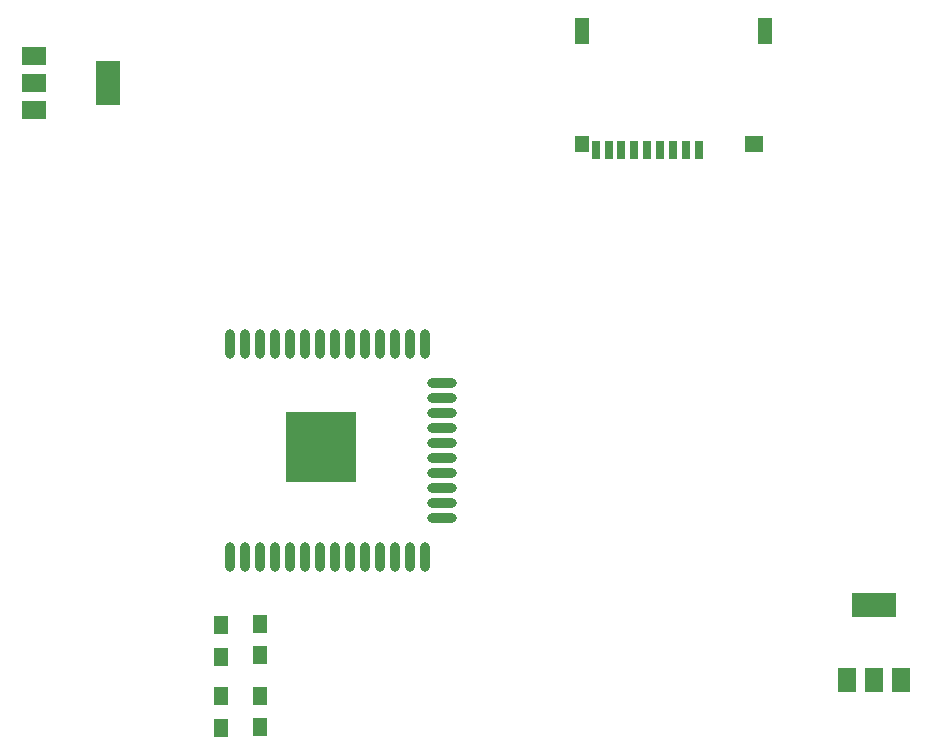
<source format=gbr>
G04 #@! TF.FileFunction,Paste,Bot*
%FSLAX46Y46*%
G04 Gerber Fmt 4.6, Leading zero omitted, Abs format (unit mm)*
G04 Created by KiCad (PCBNEW 4.0.7) date Sat Feb 17 21:33:09 2018*
%MOMM*%
%LPD*%
G01*
G04 APERTURE LIST*
%ADD10C,0.150000*%
%ADD11R,1.300000X1.500000*%
%ADD12R,1.200000X2.200000*%
%ADD13R,1.600000X1.400000*%
%ADD14R,1.200000X1.400000*%
%ADD15R,0.700000X1.600000*%
%ADD16R,3.800000X2.000000*%
%ADD17R,1.500000X2.000000*%
%ADD18R,2.000000X3.800000*%
%ADD19R,2.000000X1.500000*%
%ADD20O,0.900000X2.500000*%
%ADD21O,2.500000X0.900000*%
%ADD22R,6.000000X6.000000*%
G04 APERTURE END LIST*
D10*
D11*
X74295000Y-96790500D03*
X74295000Y-94090500D03*
X77597000Y-96727000D03*
X77597000Y-94027000D03*
D12*
X120335500Y-37738000D03*
X104835500Y-37738000D03*
D13*
X119435500Y-47338000D03*
D14*
X104835500Y-47338000D03*
D15*
X105985500Y-47838000D03*
X108185500Y-47838000D03*
X107085500Y-47838000D03*
X109285500Y-47838000D03*
X110385500Y-47838000D03*
X111485500Y-47838000D03*
X114785500Y-47838000D03*
X113685500Y-47838000D03*
X112585500Y-47838000D03*
D11*
X74295000Y-90758000D03*
X74295000Y-88058000D03*
X77597000Y-90631000D03*
X77597000Y-87931000D03*
D16*
X129540000Y-86385000D03*
D17*
X129540000Y-92685000D03*
X127240000Y-92685000D03*
X131840000Y-92685000D03*
D18*
X64745000Y-42164000D03*
D19*
X58445000Y-42164000D03*
X58445000Y-39864000D03*
X58445000Y-44464000D03*
D20*
X75014000Y-82279000D03*
X76284000Y-82279000D03*
X77554000Y-82279000D03*
X78824000Y-82279000D03*
X80094000Y-82279000D03*
X81364000Y-82279000D03*
X82634000Y-82279000D03*
X83904000Y-82279000D03*
X85174000Y-82279000D03*
X86444000Y-82279000D03*
X87714000Y-82279000D03*
X88984000Y-82279000D03*
X90254000Y-82279000D03*
X91524000Y-82279000D03*
D21*
X93014000Y-78994000D03*
X93014000Y-77724000D03*
X93014000Y-76454000D03*
X93014000Y-75184000D03*
X93014000Y-73914000D03*
X93014000Y-72644000D03*
X93014000Y-71374000D03*
X93014000Y-70104000D03*
X93014000Y-68834000D03*
X93014000Y-67564000D03*
D20*
X91524000Y-64279000D03*
X90254000Y-64279000D03*
X88984000Y-64279000D03*
X87714000Y-64279000D03*
X86444000Y-64279000D03*
X85174000Y-64279000D03*
X83904000Y-64279000D03*
X82634000Y-64279000D03*
X81364000Y-64279000D03*
X80094000Y-64279000D03*
X78824000Y-64279000D03*
X77554000Y-64279000D03*
X76284000Y-64279000D03*
X75014000Y-64279000D03*
D22*
X82714000Y-72979000D03*
M02*

</source>
